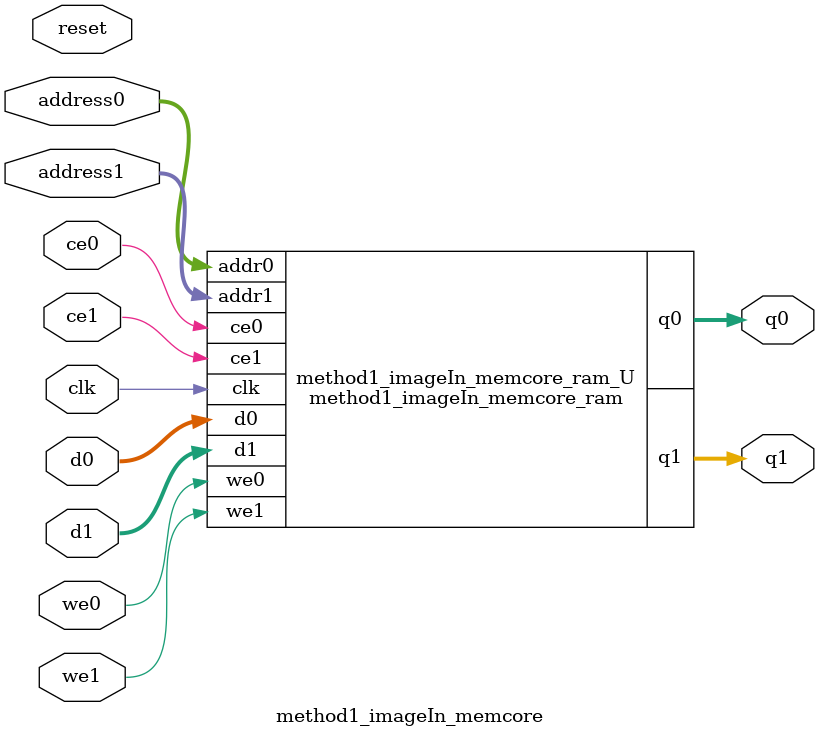
<source format=v>
`timescale 1 ns / 1 ps
module method1_imageIn_memcore_ram (addr0, ce0, d0, we0, q0, addr1, ce1, d1, we1, q1,  clk);

parameter DWIDTH = 8;
parameter AWIDTH = 18;
parameter MEM_SIZE = 179200;

input[AWIDTH-1:0] addr0;
input ce0;
input[DWIDTH-1:0] d0;
input we0;
output reg[DWIDTH-1:0] q0;
input[AWIDTH-1:0] addr1;
input ce1;
input[DWIDTH-1:0] d1;
input we1;
output reg[DWIDTH-1:0] q1;
input clk;

(* ram_style = "block" *)reg [DWIDTH-1:0] ram[0:MEM_SIZE-1];




always @(posedge clk)  
begin 
    if (ce0) begin
        if (we0) 
            ram[addr0] <= d0; 
        q0 <= ram[addr0];
    end
end


always @(posedge clk)  
begin 
    if (ce1) begin
        if (we1) 
            ram[addr1] <= d1; 
        q1 <= ram[addr1];
    end
end


endmodule

`timescale 1 ns / 1 ps
module method1_imageIn_memcore(
    reset,
    clk,
    address0,
    ce0,
    we0,
    d0,
    q0,
    address1,
    ce1,
    we1,
    d1,
    q1);

parameter DataWidth = 32'd8;
parameter AddressRange = 32'd179200;
parameter AddressWidth = 32'd18;
input reset;
input clk;
input[AddressWidth - 1:0] address0;
input ce0;
input we0;
input[DataWidth - 1:0] d0;
output[DataWidth - 1:0] q0;
input[AddressWidth - 1:0] address1;
input ce1;
input we1;
input[DataWidth - 1:0] d1;
output[DataWidth - 1:0] q1;



method1_imageIn_memcore_ram method1_imageIn_memcore_ram_U(
    .clk( clk ),
    .addr0( address0 ),
    .ce0( ce0 ),
    .we0( we0 ),
    .d0( d0 ),
    .q0( q0 ),
    .addr1( address1 ),
    .ce1( ce1 ),
    .we1( we1 ),
    .d1( d1 ),
    .q1( q1 ));

endmodule


</source>
